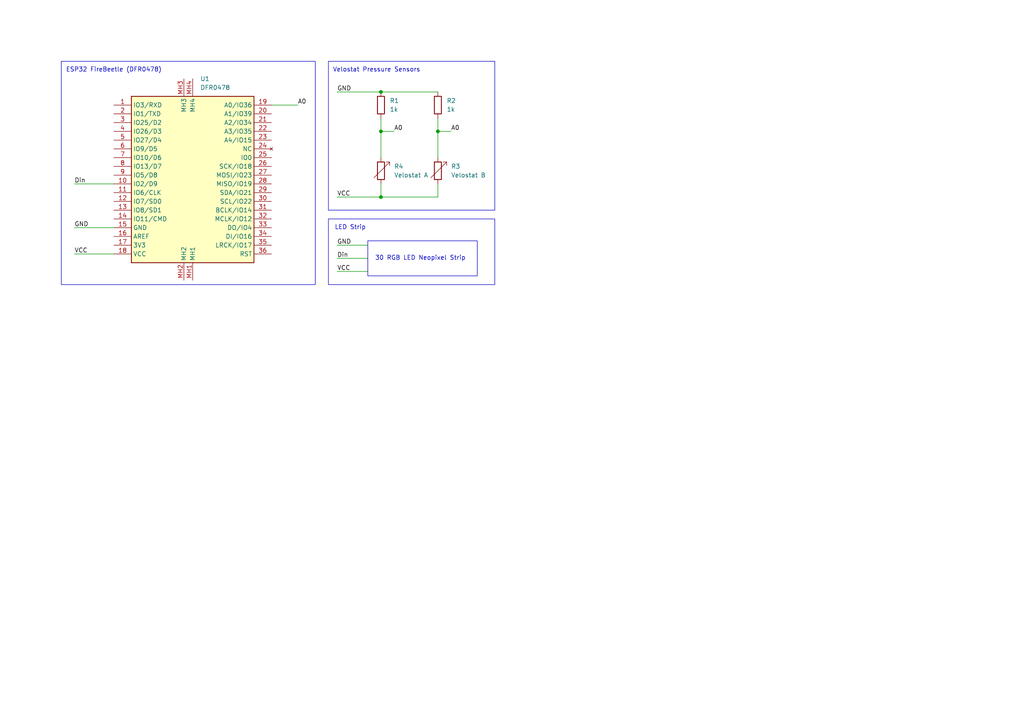
<source format=kicad_sch>
(kicad_sch (version 20231120) (generator "eeschema") (generator_version "8.0")
  (paper "A4")
  (lib_symbols
    (symbol "DFR0478:DFR0478"
      (property "Reference" "U" (at 54.61 20.32 0))
      (property "Value" "DFR0478" (at 54.61 17.78 0))
      (symbol "DFR0478_1_1"
        (rectangle (start 5.08 15.24) (end 53.34 -20.32) (stroke (width 0.254)) (fill (type background)))
        (pin passive line (at 50.8 20.32 270) (length 5.08) (name "IO3/RXD") (number "1"))
        (pin passive line (at 27.94 20.32 270) (length 5.08) (name "IO2/D9") (number "10"))
        (pin passive line (at 25.4 20.32 270) (length 5.08) (name "IO6/CLK") (number "11"))
        (pin passive line (at 22.86 20.32 270) (length 5.08) (name "IO7/SD0") (number "12"))
        (pin passive line (at 20.32 20.32 270) (length 5.08) (name "IO8/SD1") (number "13"))
        (pin passive line (at 17.78 20.32 270) (length 5.08) (name "IO11/CMD") (number "14"))
        (pin passive line (at 15.24 20.32 270) (length 5.08) (name "GND") (number "15"))
        (pin passive line (at 12.7 20.32 270) (length 5.08) (name "AREF") (number "16"))
        (pin passive line (at 10.16 20.32 270) (length 5.08) (name "3V3") (number "17"))
        (pin passive line (at 7.62 20.32 270) (length 5.08) (name "VCC") (number "18"))
        (pin passive line (at 50.8 -25.4 90) (length 5.08) (name "A0/IO36") (number "19"))
        (pin passive line (at 48.26 20.32 270) (length 5.08) (name "IO1/TXD") (number "2"))
        (pin passive line (at 48.26 -25.4 90) (length 5.08) (name "A1/IO39") (number "20"))
        (pin passive line (at 45.72 -25.4 90) (length 5.08) (name "A2/IO34") (number "21"))
        (pin passive line (at 43.18 -25.4 90) (length 5.08) (name "A3/IO35") (number "22"))
        (pin passive line (at 40.64 -25.4 90) (length 5.08) (name "A4/IO15") (number "23"))
        (pin no_connect line (at 38.1 -25.4 90) (length 5.08) (name "NC") (number "24"))
        (pin passive line (at 35.56 -25.4 90) (length 5.08) (name "IO0") (number "25"))
        (pin passive line (at 33.02 -25.4 90) (length 5.08) (name "SCK/IO18") (number "26"))
        (pin passive line (at 30.48 -25.4 90) (length 5.08) (name "MOSI/IO23") (number "27"))
        (pin passive line (at 27.94 -25.4 90) (length 5.08) (name "MISO/IO19") (number "28"))
        (pin passive line (at 25.4 -25.4 90) (length 5.08) (name "SDA/IO21") (number "29"))
        (pin passive line (at 45.72 20.32 270) (length 5.08) (name "IO25/D2") (number "3"))
        (pin passive line (at 22.86 -25.4 90) (length 5.08) (name "SCL/IO22") (number "30"))
        (pin passive line (at 20.32 -25.4 90) (length 5.08) (name "BCLK/IO14") (number "31"))
        (pin passive line (at 17.78 -25.4 90) (length 5.08) (name "MCLK/IO12") (number "32"))
        (pin passive line (at 15.24 -25.4 90) (length 5.08) (name "DO/IO4") (number "33"))
        (pin passive line (at 12.7 -25.4 90) (length 5.08) (name "DI/IO16") (number "34"))
        (pin passive line (at 10.16 -25.4 90) (length 5.08) (name "LRCK/IO17") (number "35"))
        (pin passive line (at 7.62 -25.4 90) (length 5.08) (name "RST") (number "36"))
        (pin passive line (at 43.18 20.32 270) (length 5.08) (name "IO26/D3") (number "4"))
        (pin passive line (at 40.64 20.32 270) (length 5.08) (name "IO27/D4") (number "5"))
        (pin passive line (at 38.1 20.32 270) (length 5.08) (name "IO9/D5") (number "6"))
        (pin passive line (at 35.56 20.32 270) (length 5.08) (name "IO10/D6") (number "7"))
        (pin passive line (at 33.02 20.32 270) (length 5.08) (name "IO13/D7") (number "8"))
        (pin passive line (at 30.48 20.32 270) (length 5.08) (name "IO5/D8") (number "9"))
        (pin passive line (at 0 -2.54 0) (length 5.08) (name "MH1") (number "MH1"))
        (pin passive line (at 0 0 0) (length 5.08) (name "MH2") (number "MH2"))
        (pin passive line (at 58.42 0 180) (length 5.08) (name "MH3") (number "MH3"))
        (pin passive line (at 58.42 -2.54 180) (length 5.08) (name "MH4") (number "MH4"))
      )
    )
    (symbol "Device:R" (pin_numbers hide) (pin_names (offset 0))
      (property "Reference" "R" (at 2.032 0 90))
      (property "Value" "R" (at 0 0 90))
      (symbol "R_0_1"
        (rectangle (start -1.016 -2.54) (end 1.016 2.54) (stroke (width 0.254)))
      )
      (symbol "R_1_1"
        (pin passive line (at 0 3.81 270) (length 1.27) (name "~") (number "1"))
        (pin passive line (at 0 -3.81 90) (length 1.27) (name "~") (number "2"))
      )
    )
    (symbol "Device:R_Variable" (pin_numbers hide) (pin_names (offset 0))
      (property "Reference" "R" (at 2.54 -2.54 90))
      (property "Value" "R_Variable" (at -2.54 -1.27 90))
      (symbol "R_Variable_0_1"
        (rectangle (start -1.016 -2.54) (end 1.016 2.54) (stroke (width 0.254)))
        (polyline (pts (xy 2.54 1.524) (xy 2.54 2.54) (xy 1.524 2.54) (xy 2.54 2.54) (xy -2.032 -2.032)))
      )
      (symbol "R_Variable_1_1"
        (pin passive line (at 0 3.81 270) (length 1.27) (name "~") (number "1"))
        (pin passive line (at 0 -3.81 90) (length 1.27) (name "~") (number "2"))
      )
    )
  )
  (junction (at 110.49 57.15))
  (junction (at 110.49 26.67))
  (junction (at 110.49 38.1))
  (junction (at 127 38.1))
  (wire (pts (xy 127 57.15) (xy 110.49 57.15)))
  (wire (pts (xy 127 38.1) (xy 127 45.72)))
  (wire (pts (xy 97.79 78.74) (xy 106.68 78.74)))
  (wire (pts (xy 78.74 30.48) (xy 86.36 30.48)))
  (wire (pts (xy 97.79 71.12) (xy 106.68 71.12)))
  (wire (pts (xy 110.49 57.15) (xy 97.79 57.15)))
  (wire (pts (xy 21.59 66.04) (xy 33.02 66.04)))
  (wire (pts (xy 110.49 53.34) (xy 110.49 57.15)))
  (wire (pts (xy 110.49 26.67) (xy 127 26.67)))
  (wire (pts (xy 127 38.1) (xy 130.81 38.1)))
  (wire (pts (xy 97.79 74.93) (xy 106.68 74.93)))
  (wire (pts (xy 110.49 38.1) (xy 114.3 38.1)))
  (wire (pts (xy 110.49 38.1) (xy 110.49 45.72)))
  (wire (pts (xy 127 34.29) (xy 127 38.1)))
  (wire (pts (xy 127 53.34) (xy 127 57.15)))
  (wire (pts (xy 21.59 73.66) (xy 33.02 73.66)))
  (wire (pts (xy 97.79 26.67) (xy 110.49 26.67)))
  (wire (pts (xy 110.49 34.29) (xy 110.49 38.1)))
  (wire (pts (xy 21.59 53.34) (xy 33.02 53.34)))
  (rectangle (start 17.78 17.78) (end 91.44 82.55))
  (rectangle (start 95.25 63.5) (end 143.51 82.55))
  (rectangle (start 106.68 69.85) (end 138.43 80.01))
  (rectangle (start 95.25 17.78) (end 143.51 60.96))
  (text "30 RGB LED Neopixel Strip" (at 121.92 74.93 0) (effects (font (size 1.27 1.27))))
  (text "Velostat Pressure Sensors\n" (at 109.22 20.32 0) (effects (font (size 1.27 1.27))))
  (text "ESP32 FireBeetle (DFR0478)" (at 33.02 20.32 0) (effects (font (size 1.27 1.27))))
  (text "LED Strip" (at 101.6 66.04 0) (effects (font (size 1.27 1.27))))
  (label "A0" (at 114.3 38.1 0))
  (label "Din" (at 21.59 53.34 0))
  (label "VCC" (at 21.59 73.66 0))
  (label "GND" (at 97.79 71.12 0))
  (label "Din" (at 97.79 74.93 0))
  (label "A0" (at 130.81 38.1 0))
  (label "VCC" (at 97.79 57.15 0))
  (label "A0" (at 86.36 30.48 0))
  (label "GND" (at 21.59 66.04 0))
  (label "VCC" (at 97.79 78.74 0))
  (label "GND" (at 97.79 26.67 0))
  (symbol (lib_id "Device:R") (at 110.49 30.48 0) (unit 1)
    (property "Reference" "R1" (at 113.03 29.2099 0) (effects (justify left)))
    (property "Value" "1k" (at 113.03 31.7499 0) (effects (justify left)))
    (property "Description" "Resistor" (effects (hide yes)))
  )
  (symbol (lib_id "DFR0478:DFR0478") (at 53.34 81.28 90) (unit 1)
    (property "Reference" "U1" (at 58.0741 22.86 90) (effects (justify right)))
    (property "Value" "DFR0478" (at 58.0741 25.4 90) (effects (justify right)))
    (property "Footprint" "FIREBEETLE_ESP32" (effects (hide yes)))
    (property "Datasheet" "https://datasheet.datasheetarchive.com/originals/distributors/DKDS-1/13356.pdf" (effects (hide yes)))
    (property "Description" "Development Boards & Kits - Wireless FireBeetle ESP32 IOT MCU" (effects (hide yes)))
    (property "Manufacturer_Name" "DFRobot" (effects (hide yes)))
    (property "Manufacturer_Part_Number" "DFR0478" (effects (hide yes)))
    (property "Mouser Part Number" "426-DFR0478" (effects (hide yes)))
    (property "Mouser Price/Stock" "https://www.mouser.co.uk/ProductDetail/DFRobot/DFR0478?qs=EU6FO9ffTwc%252BR65h2NUGQw%3D%3D" (effects (hide yes)))
    (property "Arrow Part Number" "DFR0478" (effects (hide yes)))
    (property "Arrow Price/Stock" "https://www.arrow.com/en/products/dfr0478/dfrobot?region=nac" (effects (hide yes)))
  )
  (symbol (lib_id "Device:R_Variable") (at 110.49 49.53 0) (unit 1)
    (property "Reference" "R4" (at 114.3 48.2599 0) (effects (justify left)))
    (property "Value" "Velostat A" (at 114.3 50.7999 0) (effects (justify left)))
    (property "Description" "Variable resistor" (effects (hide yes)))
  )
  (symbol (lib_id "Device:R") (at 127 30.48 0) (unit 1)
    (property "Reference" "R2" (at 129.54 29.2099 0) (effects (justify left)))
    (property "Value" "1k" (at 129.54 31.7499 0) (effects (justify left)))
    (property "Description" "Resistor" (effects (hide yes)))
  )
  (symbol (lib_id "Device:R_Variable") (at 127 49.53 0) (unit 1)
    (property "Reference" "R3" (at 130.81 48.2599 0) (effects (justify left)))
    (property "Value" "Velostat B" (at 130.81 50.7999 0) (effects (justify left)))
    (property "Description" "Variable resistor" (effects (hide yes)))
  )
)
</source>
